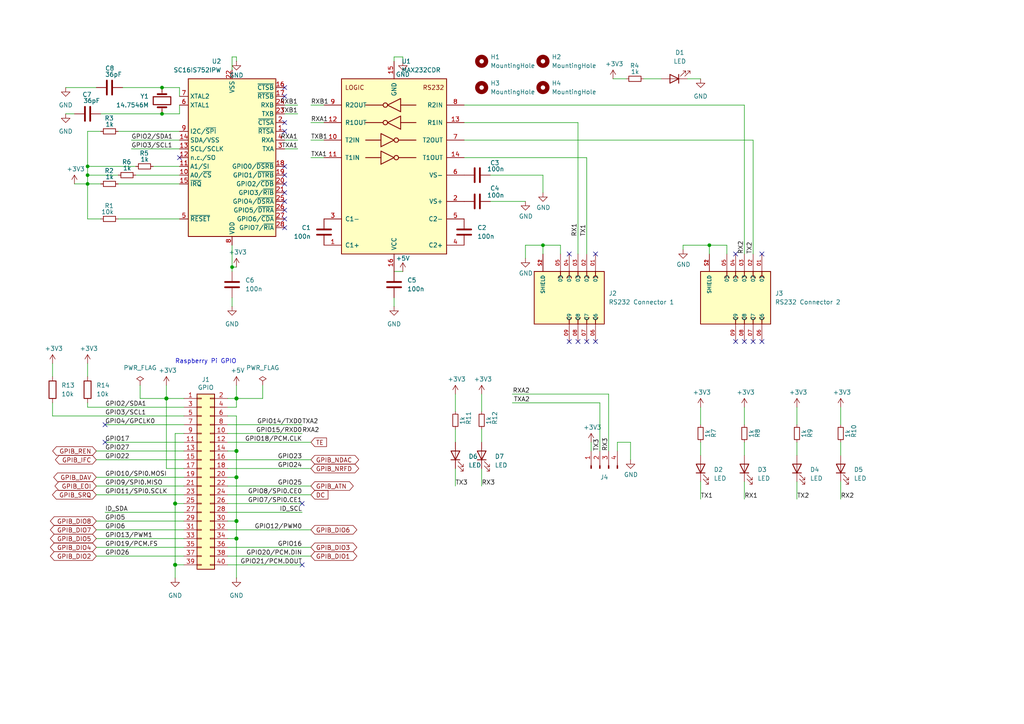
<source format=kicad_sch>
(kicad_sch (version 20250114) (generator "eeschema") (generator_version "9.0")
  (paper "A4")
  (title_block (title "Alex Harris Senior Capstone") (date "2025-04-02") (rev "4") (company "University of Utah"))
  (lib_symbols
    (symbol "+5V_1" (power) (pin_names (offset 0))
      (property "Value" "+5V" (at 0 3.556 0))
      (symbol "+5V_1_1_1"
        (pin power_in line (at 0 0 90) (length 0) (hide yes) (name "+5V") (number "1"))
      )
    )
    (symbol "Connector:Conn_01x04_Pin" (pin_names (offset 1.016) (hide yes))
      (property "Reference" "J" (at 0 5.08 0))
      (property "Value" "Conn_01x04_Pin" (at 0 -7.62 0))
      (symbol "Conn_01x04_Pin_1_1"
        (pin passive line (at 5.08 2.54 180) (length 3.81) (name "Pin_1") (number "1"))
        (pin passive line (at 5.08 0 180) (length 3.81) (name "Pin_2") (number "2"))
        (pin passive line (at 5.08 -2.54 180) (length 3.81) (name "Pin_3") (number "3"))
        (pin passive line (at 5.08 -5.08 180) (length 3.81) (name "Pin_4") (number "4"))
      )
    )
    (symbol "Connector_Generic:Conn_02x20_Odd_Even" (pin_names (offset 1.016) (hide yes))
      (property "Reference" "J" (at 1.27 25.4 0))
      (property "Value" "Conn_02x20_Odd_Even" (at 1.27 -27.94 0))
      (symbol "Conn_02x20_Odd_Even_1_1"
        (pin passive line (at -5.08 22.86 0) (length 3.81) (name "Pin_1") (number "1"))
        (pin passive line (at -5.08 20.32 0) (length 3.81) (name "Pin_3") (number "3"))
        (pin passive line (at -5.08 17.78 0) (length 3.81) (name "Pin_5") (number "5"))
        (pin passive line (at -5.08 15.24 0) (length 3.81) (name "Pin_7") (number "7"))
        (pin passive line (at -5.08 12.7 0) (length 3.81) (name "Pin_9") (number "9"))
        (pin passive line (at -5.08 10.16 0) (length 3.81) (name "Pin_11") (number "11"))
        (pin passive line (at -5.08 7.62 0) (length 3.81) (name "Pin_13") (number "13"))
        (pin passive line (at -5.08 5.08 0) (length 3.81) (name "Pin_15") (number "15"))
        (pin passive line (at -5.08 2.54 0) (length 3.81) (name "Pin_17") (number "17"))
        (pin passive line (at -5.08 0 0) (length 3.81) (name "Pin_19") (number "19"))
        (pin passive line (at -5.08 -2.54 0) (length 3.81) (name "Pin_21") (number "21"))
        (pin passive line (at -5.08 -5.08 0) (length 3.81) (name "Pin_23") (number "23"))
        (pin passive line (at -5.08 -7.62 0) (length 3.81) (name "Pin_25") (number "25"))
        (pin passive line (at -5.08 -10.16 0) (length 3.81) (name "Pin_27") (number "27"))
        (pin passive line (at -5.08 -12.7 0) (length 3.81) (name "Pin_29") (number "29"))
        (pin passive line (at -5.08 -15.24 0) (length 3.81) (name "Pin_31") (number "31"))
        (pin passive line (at -5.08 -17.78 0) (length 3.81) (name "Pin_33") (number "33"))
        (pin passive line (at -5.08 -20.32 0) (length 3.81) (name "Pin_35") (number "35"))
        (pin passive line (at -5.08 -22.86 0) (length 3.81) (name "Pin_37") (number "37"))
        (pin passive line (at -5.08 -25.4 0) (length 3.81) (name "Pin_39") (number "39"))
        (pin passive line (at 7.62 22.86 180) (length 3.81) (name "Pin_2") (number "2"))
        (pin passive line (at 7.62 20.32 180) (length 3.81) (name "Pin_4") (number "4"))
        (pin passive line (at 7.62 17.78 180) (length 3.81) (name "Pin_6") (number "6"))
        (pin passive line (at 7.62 15.24 180) (length 3.81) (name "Pin_8") (number "8"))
        (pin passive line (at 7.62 12.7 180) (length 3.81) (name "Pin_10") (number "10"))
        (pin passive line (at 7.62 10.16 180) (length 3.81) (name "Pin_12") (number "12"))
        (pin passive line (at 7.62 7.62 180) (length 3.81) (name "Pin_14") (number "14"))
        (pin passive line (at 7.62 5.08 180) (length 3.81) (name "Pin_16") (number "16"))
        (pin passive line (at 7.62 2.54 180) (length 3.81) (name "Pin_18") (number "18"))
        (pin passive line (at 7.62 0 180) (length 3.81) (name "Pin_20") (number "20"))
        (pin passive line (at 7.62 -2.54 180) (length 3.81) (name "Pin_22") (number "22"))
        (pin passive line (at 7.62 -5.08 180) (length 3.81) (name "Pin_24") (number "24"))
        (pin passive line (at 7.62 -7.62 180) (length 3.81) (name "Pin_26") (number "26"))
        (pin passive line (at 7.62 -10.16 180) (length 3.81) (name "Pin_28") (number "28"))
        (pin passive line (at 7.62 -12.7 180) (length 3.81) (name "Pin_30") (number "30"))
        (pin passive line (at 7.62 -15.24 180) (length 3.81) (name "Pin_32") (number "32"))
        (pin passive line (at 7.62 -17.78 180) (length 3.81) (name "Pin_34") (number "34"))
        (pin passive line (at 7.62 -20.32 180) (length 3.81) (name "Pin_36") (number "36"))
        (pin passive line (at 7.62 -22.86 180) (length 3.81) (name "Pin_38") (number "38"))
        (pin passive line (at 7.62 -25.4 180) (length 3.81) (name "Pin_40") (number "40"))
      )
    )
    (symbol "Device:C" (pin_numbers (hide yes)) (pin_names (offset 0.254))
      (property "Reference" "C" (at 0.635 2.54 0))
      (property "Value" "C" (at 0.635 -2.54 0))
      (symbol "C_1_1"
        (pin passive line (at 0 3.81 270) (length 2.794) (name "~") (number "1"))
        (pin passive line (at 0 -3.81 90) (length 2.794) (name "~") (number "2"))
      )
    )
    (symbol "Device:Crystal" (pin_numbers (hide yes)) (pin_names (offset 1.016) (hide yes))
      (property "Reference" "Y" (at 0 3.81 0))
      (property "Value" "Crystal" (at 0 -3.81 0))
      (symbol "Crystal_1_1"
        (pin passive line (at -3.81 0 0) (length 1.27) (name "1") (number "1"))
        (pin passive line (at 3.81 0 180) (length 1.27) (name "2") (number "2"))
      )
    )
    (symbol "Device:LED" (pin_numbers (hide yes)) (pin_names (offset 1.016) (hide yes))
      (property "Reference" "D" (at 0 2.54 0))
      (property "Value" "LED" (at 0 -2.54 0))
      (symbol "LED_1_1"
        (pin passive line (at -3.81 0 0) (length 2.54) (name "K") (number "1"))
        (pin passive line (at 3.81 0 180) (length 2.54) (name "A") (number "2"))
      )
    )
    (symbol "Device:R" (pin_numbers (hide yes)) (pin_names (offset 0))
      (property "Reference" "R" (at 2.032 0 90))
      (property "Value" "R" (at 0 0 90))
      (symbol "R_1_1"
        (pin passive line (at 0 3.81 270) (length 1.27) (name "~") (number "1"))
        (pin passive line (at 0 -3.81 90) (length 1.27) (name "~") (number "2"))
      )
    )
    (symbol "Device:R_Small" (pin_numbers (hide yes)) (pin_names (offset 0.254) (hide yes))
      (property "Reference" "R" (at 0.762 0.508 0))
      (property "Value" "R_Small" (at 0.762 -1.016 0))
      (symbol "R_Small_1_1"
        (pin passive line (at 0 2.54 270) (length 0.762) (name "~") (number "1"))
        (pin passive line (at 0 -2.54 90) (length 0.762) (name "~") (number "2"))
      )
    )
    (symbol "GND_1" (power) (pin_numbers (hide yes)) (pin_names (offset 0) (hide yes))
      (property "Value" "GND" (at 0 -3.81 0))
      (symbol "GND_1_1_1"
        (pin power_in line (at 0 0 270) (length 0) (name "~") (number "1"))
      )
    )
    (symbol "Interface_UART:MAX232" (pin_names (offset 1.016))
      (property "Reference" "U" (at -2.54 28.575 0))
      (property "Value" "MAX232" (at -2.54 26.67 0))
      (symbol "MAX232_0_0"
        (text "LOGIC" (at -11.43 -22.86 0) (effects (font (size 1.27 1.27))))
        (text "RS232" (at 11.43 -22.86 0) (effects (font (size 1.27 1.27))))
      )
      (symbol "MAX232_1_1"
        (pin passive line (at -20.32 22.86 0) (length 5.08) (name "C1+") (number "1"))
        (pin passive line (at -20.32 15.24 0) (length 5.08) (name "C1-") (number "3"))
        (pin input line (at -20.32 -2.54 0) (length 5.08) (name "T1IN") (number "11"))
        (pin input line (at -20.32 -7.62 0) (length 5.08) (name "T2IN") (number "10"))
        (pin output line (at -20.32 -12.7 0) (length 5.08) (name "R1OUT") (number "12"))
        (pin output line (at -20.32 -17.78 0) (length 5.08) (name "R2OUT") (number "9"))
        (pin power_in line (at 0 30.48 270) (length 5.08) (name "VCC") (number "16"))
        (pin power_in line (at 0 -30.48 90) (length 5.08) (name "GND") (number "15"))
        (pin passive line (at 20.32 22.86 180) (length 5.08) (name "C2+") (number "4"))
        (pin passive line (at 20.32 15.24 180) (length 5.08) (name "C2-") (number "5"))
        (pin power_out line (at 20.32 10.16 180) (length 5.08) (name "VS+") (number "2"))
        (pin power_out line (at 20.32 2.54 180) (length 5.08) (name "VS-") (number "6"))
        (pin output line (at 20.32 -2.54 180) (length 5.08) (name "T1OUT") (number "14"))
        (pin output line (at 20.32 -7.62 180) (length 5.08) (name "T2OUT") (number "7"))
        (pin input line (at 20.32 -12.7 180) (length 5.08) (name "R1IN") (number "13"))
        (pin input line (at 20.32 -17.78 180) (length 5.08) (name "R2IN") (number "8"))
      )
    )
    (symbol "Interface_UART:SC16IS752IPW"
      (property "Reference" "U" (at -11.43 24.13 0))
      (property "Value" "SC16IS752IPW" (at 7.62 24.13 0))
      (symbol "SC16IS752IPW_1_1"
        (pin input line (at -15.24 17.78 0) (length 2.54) (name "~{RESET}") (number "5"))
        (pin open_collector line (at -15.24 7.62 0) (length 2.54) (name "~{IRQ}") (number "15"))
        (pin input line (at -15.24 5.08 0) (length 2.54) (name "A0/~{CS}") (number "10"))
        (pin input line (at -15.24 2.54 0) (length 2.54) (name "A1/SI") (number "11"))
        (pin output line (at -15.24 0 0) (length 2.54) (name "n.c./SO") (number "12"))
        (pin input line (at -15.24 -2.54 0) (length 2.54) (name "SCL/SCLK") (number "13"))
        (pin bidirectional line (at -15.24 -5.08 0) (length 2.54) (name "SDA/VSS") (number "14"))
        (pin input line (at -15.24 -7.62 0) (length 2.54) (name "I2C/~{SPI}") (number "9"))
        (pin input line (at -15.24 -15.24 0) (length 2.54) (name "XTAL1") (number "6"))
        (pin output line (at -15.24 -17.78 0) (length 2.54) (name "XTAL2") (number "7"))
        (pin power_in line (at 0 25.4 270) (length 2.54) (name "VDD") (number "8"))
        (pin power_in line (at 0 -25.4 90) (length 2.54) (name "VSS") (number "22"))
        (pin bidirectional line (at 15.24 20.32 180) (length 2.54) (name "GPIO7/~{RIA}") (number "28"))
        (pin bidirectional line (at 15.24 17.78 180) (length 2.54) (name "GPIO6/~{CDA}") (number "27"))
        (pin bidirectional line (at 15.24 15.24 180) (length 2.54) (name "GPIO5/~{DTRA}") (number "26"))
        (pin bidirectional line (at 15.24 12.7 180) (length 2.54) (name "GPIO4/~{DSRA}") (number "25"))
        (pin bidirectional line (at 15.24 10.16 180) (length 2.54) (name "GPIO3/~{RIB}") (number "21"))
        (pin bidirectional line (at 15.24 7.62 180) (length 2.54) (name "GPIO2/~{CDB}") (number "20"))
        (pin bidirectional line (at 15.24 5.08 180) (length 2.54) (name "GPIO1/~{DTRB}") (number "19"))
        (pin bidirectional line (at 15.24 2.54 180) (length 2.54) (name "GPIO0/~{DSRB}") (number "18"))
        (pin output line (at 15.24 -2.54 180) (length 2.54) (name "TXA") (number "3"))
        (pin input line (at 15.24 -5.08 180) (length 2.54) (name "RXA") (number "4"))
        (pin output line (at 15.24 -7.62 180) (length 2.54) (name "~{RTSA}") (number "1"))
        (pin input line (at 15.24 -10.16 180) (length 2.54) (name "~{CTSA}") (number "2"))
        (pin output line (at 15.24 -12.7 180) (length 2.54) (name "TXB") (number "23"))
        (pin input line (at 15.24 -15.24 180) (length 2.54) (name "RXB") (number "24"))
        (pin output line (at 15.24 -17.78 180) (length 2.54) (name "~{RTSB}") (number "17"))
        (pin input line (at 15.24 -20.32 180) (length 2.54) (name "~{CTSB}") (number "16"))
      )
    )
    (symbol "L77SDE09SA4CH3FC309:L77SDE09SA4CH3FC309" (pin_names (offset 1.016))
      (property "Reference" "J" (at -7.62 11.43 0))
      (property "Value" "L77SDE09SA4CH3FC309" (at -7.62 -12.7 0))
      (symbol "L77SDE09SA4CH3FC309_0_0"
        (pin passive line (at -12.7 7.62 0) (length 5.08) (name "01") (number "01"))
        (pin passive line (at -12.7 5.08 0) (length 5.08) (name "02") (number "02"))
        (pin passive line (at -12.7 2.54 0) (length 5.08) (name "03") (number "03"))
        (pin passive line (at -12.7 0 0) (length 5.08) (name "04") (number "04"))
        (pin passive line (at -12.7 -2.54 0) (length 5.08) (name "05") (number "05"))
        (pin passive line (at -12.7 -7.62 0) (length 5.08) (name "SHIELD") (number "S1"))
        (pin passive line (at -12.7 -7.62 0) (length 5.08) (name "SHIELD") (number "S2"))
        (pin passive line (at 12.7 7.62 180) (length 5.08) (name "06") (number "06"))
        (pin passive line (at 12.7 5.08 180) (length 5.08) (name "07") (number "07"))
        (pin passive line (at 12.7 2.54 180) (length 5.08) (name "08") (number "08"))
        (pin passive line (at 12.7 0 180) (length 5.08) (name "09") (number "09"))
      )
    )
    (symbol "Mechanical:MountingHole" (pin_names (offset 1.016)) (exclude_from_sim yes) (in_bom no)
      (property "Reference" "H" (at 0 5.08 0))
      (property "Value" "MountingHole" (at 0 3.175 0))
    )
    (symbol "power:+3.3V" (power) (pin_names (offset 0))
      (property "Value" "+3.3V" (at 0 3.556 0))
      (symbol "+3.3V_1_1"
        (pin power_in line (at 0 0 90) (length 0) (hide yes) (name "+3V3") (number "1"))
      )
    )
    (symbol "power:+5V" (power) (pin_numbers (hide yes)) (pin_names (offset 0) (hide yes))
      (property "Value" "+5V" (at 0 3.556 0))
      (symbol "+5V_1_1"
        (pin power_in line (at 0 0 90) (length 0) (name "~") (number "1"))
      )
    )
    (symbol "power:GND" (power) (pin_names (offset 0))
      (property "Value" "GND" (at 0 -3.81 0))
      (symbol "GND_1_1"
        (pin power_in line (at 0 0 270) (length 0) (hide yes) (name "GND") (number "1"))
      )
    )
    (symbol "power:PWR_FLAG" (power) (pin_numbers (hide yes)) (pin_names (offset 0) (hide yes))
      (property "Value" "PWR_FLAG" (at 0 3.81 0))
      (symbol "PWR_FLAG_0_0"
        (pin power_out line (at 0 0 90) (length 0) (name "~") (number "1"))
      )
    )
  )
  (text "Raspberry Pi GPIO\n" (at 59.69 104.902 0) (effects (font (size 1.27 1.27))))
  (junction (at 205.74 71.12))
  (junction (at 25.4 50.8))
  (junction (at 68.58 115.57) (diameter 1.016))
  (junction (at 68.58 130.81) (diameter 1.016))
  (junction (at 25.4 53.34))
  (junction (at 50.8 163.83) (diameter 1.016))
  (junction (at 67.31 77.47))
  (junction (at 50.8 146.05) (diameter 1.016))
  (junction (at 68.58 156.21) (diameter 1.016))
  (junction (at 46.99 25.4))
  (junction (at 68.58 151.13) (diameter 1.016))
  (junction (at 68.58 138.43) (diameter 1.016))
  (junction (at 25.4 48.26))
  (junction (at 46.99 33.02))
  (junction (at 48.26 115.57) (diameter 1.016))
  (junction (at 157.48 71.12))
  (no_connect (at 220.98 99.06))
  (no_connect (at 82.55 48.26))
  (no_connect (at 52.07 45.72))
  (no_connect (at 87.63 163.83))
  (no_connect (at 82.55 27.94))
  (no_connect (at 215.9 99.06))
  (no_connect (at 82.55 38.1))
  (no_connect (at 165.1 73.66))
  (no_connect (at 213.36 99.06))
  (no_connect (at 82.55 25.4))
  (no_connect (at 82.55 66.04))
  (no_connect (at 170.18 99.06))
  (no_connect (at 30.48 123.19))
  (no_connect (at 82.55 60.96))
  (no_connect (at 30.48 128.27))
  (no_connect (at 82.55 50.8))
  (no_connect (at 213.36 73.66))
  (no_connect (at 82.55 55.88))
  (no_connect (at 82.55 63.5))
  (no_connect (at 218.44 99.06))
  (no_connect (at 82.55 35.56))
  (no_connect (at 165.1 99.06))
  (no_connect (at 220.98 73.66))
  (no_connect (at 172.72 73.66))
  (no_connect (at 167.64 99.06))
  (no_connect (at 87.63 146.05))
  (no_connect (at 172.72 99.06))
  (no_connect (at 82.55 58.42))
  (no_connect (at 82.55 53.34))
  (wire (pts (xy 50.8 146.05) (xy 50.8 163.83)))
  (wire (pts (xy 66.04 146.05) (xy 87.63 146.05)))
  (wire (pts (xy 203.2 139.7) (xy 203.2 144.78)))
  (wire (pts (xy 25.4 63.5) (xy 29.21 63.5)))
  (wire (pts (xy 53.34 128.27) (xy 30.48 128.27)))
  (wire (pts (xy 27.94 140.97) (xy 53.34 140.97)))
  (wire (pts (xy 68.58 120.65) (xy 68.58 130.81)))
  (wire (pts (xy 68.58 138.43) (xy 66.04 138.43)))
  (wire (pts (xy 179.07 128.27) (xy 179.07 130.81)))
  (wire (pts (xy 134.62 35.56) (xy 167.64 35.56)))
  (wire (pts (xy 114.3 17.78) (xy 114.3 16.51)))
  (wire (pts (xy 68.58 151.13) (xy 68.58 156.21)))
  (wire (pts (xy 171.45 128.27) (xy 171.45 130.81)))
  (wire (pts (xy 205.74 71.12) (xy 210.82 71.12)))
  (wire (pts (xy 15.24 116.84) (xy 15.24 120.65)))
  (wire (pts (xy 82.55 33.02) (xy 86.36 33.02)))
  (wire (pts (xy 25.4 53.34) (xy 25.4 50.8)))
  (wire (pts (xy 215.9 139.7) (xy 215.9 144.78)))
  (wire (pts (xy 68.58 138.43) (xy 68.58 151.13)))
  (wire (pts (xy 66.04 123.19) (xy 87.63 123.19)))
  (wire (pts (xy 67.31 20.32) (xy 67.31 16.51)))
  (wire (pts (xy 179.07 128.27) (xy 182.88 128.27)))
  (wire (pts (xy 50.8 125.73) (xy 50.8 146.05)))
  (wire (pts (xy 243.84 118.11) (xy 243.84 123.19)))
  (wire (pts (xy 114.3 78.74) (xy 116.84 78.74)))
  (wire (pts (xy 132.08 124.46) (xy 132.08 128.27)))
  (wire (pts (xy 38.1 40.64) (xy 52.07 40.64)))
  (wire (pts (xy 198.12 71.12) (xy 205.74 71.12)))
  (wire (pts (xy 50.8 125.73) (xy 53.34 125.73)))
  (wire (pts (xy 66.04 143.51) (xy 90.17 143.51)))
  (wire (pts (xy 27.94 133.35) (xy 53.34 133.35)))
  (wire (pts (xy 25.4 48.26) (xy 25.4 38.1)))
  (wire (pts (xy 53.34 148.59) (xy 30.48 148.59)))
  (wire (pts (xy 205.74 71.12) (xy 205.74 73.66)))
  (wire (pts (xy 198.12 71.12) (xy 198.12 72.39)))
  (wire (pts (xy 139.7 135.89) (xy 139.7 140.97)))
  (wire (pts (xy 27.94 153.67) (xy 53.34 153.67)))
  (wire (pts (xy 215.9 118.11) (xy 215.9 123.19)))
  (wire (pts (xy 90.17 35.56) (xy 93.98 35.56)))
  (wire (pts (xy 50.8 146.05) (xy 53.34 146.05)))
  (wire (pts (xy 199.39 22.86) (xy 203.2 22.86)))
  (wire (pts (xy 44.45 48.26) (xy 52.07 48.26)))
  (wire (pts (xy 90.17 30.48) (xy 93.98 30.48)))
  (wire (pts (xy 66.04 133.35) (xy 90.17 133.35)))
  (wire (pts (xy 25.4 118.11) (xy 53.34 118.11)))
  (wire (pts (xy 35.56 25.4) (xy 46.99 25.4)))
  (wire (pts (xy 34.29 38.1) (xy 52.07 38.1)))
  (wire (pts (xy 46.99 33.02) (xy 52.07 33.02)))
  (wire (pts (xy 157.48 71.12) (xy 157.48 73.66)))
  (wire (pts (xy 67.31 16.51) (xy 68.58 16.51)))
  (wire (pts (xy 167.64 35.56) (xy 167.64 73.66)))
  (wire (pts (xy 66.04 163.83) (xy 87.63 163.83)))
  (wire (pts (xy 50.8 163.83) (xy 50.8 167.64)))
  (wire (pts (xy 48.26 111.76) (xy 48.26 115.57)))
  (wire (pts (xy 114.3 16.51) (xy 116.84 16.51)))
  (wire (pts (xy 25.4 50.8) (xy 34.29 50.8)))
  (wire (pts (xy 90.17 45.72) (xy 93.98 45.72)))
  (wire (pts (xy 231.14 139.7) (xy 231.14 144.78)))
  (wire (pts (xy 68.58 156.21) (xy 66.04 156.21)))
  (wire (pts (xy 68.58 115.57) (xy 76.2 115.57)))
  (wire (pts (xy 134.62 30.48) (xy 215.9 30.48)))
  (wire (pts (xy 27.94 161.29) (xy 53.34 161.29)))
  (wire (pts (xy 173.99 116.84) (xy 173.99 130.81)))
  (wire (pts (xy 148.59 116.84) (xy 173.99 116.84)))
  (wire (pts (xy 148.59 114.3) (xy 176.53 114.3)))
  (wire (pts (xy 215.9 128.27) (xy 215.9 132.08)))
  (wire (pts (xy 40.64 111.76) (xy 40.64 115.57)))
  (wire (pts (xy 170.18 45.72) (xy 170.18 73.66)))
  (wire (pts (xy 48.26 135.89) (xy 53.34 135.89)))
  (wire (pts (xy 76.2 115.57) (xy 76.2 111.76)))
  (wire (pts (xy 25.4 63.5) (xy 25.4 53.34)))
  (wire (pts (xy 176.53 114.3) (xy 176.53 130.81)))
  (wire (pts (xy 231.14 118.11) (xy 231.14 123.19)))
  (wire (pts (xy 82.55 43.18) (xy 86.36 43.18)))
  (wire (pts (xy 25.4 53.34) (xy 29.21 53.34)))
  (wire (pts (xy 67.31 78.74) (xy 67.31 77.47)))
  (wire (pts (xy 139.7 124.46) (xy 139.7 128.27)))
  (wire (pts (xy 68.58 115.57) (xy 68.58 118.11)))
  (wire (pts (xy 68.58 130.81) (xy 68.58 138.43)))
  (wire (pts (xy 66.04 128.27) (xy 90.17 128.27)))
  (wire (pts (xy 68.58 130.81) (xy 66.04 130.81)))
  (wire (pts (xy 29.21 33.02) (xy 46.99 33.02)))
  (wire (pts (xy 134.62 45.72) (xy 170.18 45.72)))
  (wire (pts (xy 68.58 111.76) (xy 68.58 115.57)))
  (wire (pts (xy 157.48 50.8) (xy 142.24 50.8)))
  (wire (pts (xy 19.05 33.02) (xy 21.59 33.02)))
  (wire (pts (xy 114.3 86.36) (xy 114.3 88.9)))
  (wire (pts (xy 30.48 123.19) (xy 53.34 123.19)))
  (wire (pts (xy 186.69 22.86) (xy 191.77 22.86)))
  (wire (pts (xy 68.58 115.57) (xy 66.04 115.57)))
  (wire (pts (xy 48.26 115.57) (xy 48.26 135.89)))
  (wire (pts (xy 25.4 105.41) (xy 25.4 109.22)))
  (wire (pts (xy 66.04 135.89) (xy 90.17 135.89)))
  (wire (pts (xy 66.04 125.73) (xy 87.63 125.73)))
  (wire (pts (xy 139.7 114.3) (xy 139.7 119.38)))
  (wire (pts (xy 40.64 115.57) (xy 48.26 115.57)))
  (wire (pts (xy 218.44 40.64) (xy 218.44 73.66)))
  (wire (pts (xy 231.14 128.27) (xy 231.14 132.08)))
  (wire (pts (xy 243.84 128.27) (xy 243.84 132.08)))
  (wire (pts (xy 27.94 151.13) (xy 53.34 151.13)))
  (wire (pts (xy 152.4 71.12) (xy 157.48 71.12)))
  (wire (pts (xy 25.4 50.8) (xy 25.4 48.26)))
  (wire (pts (xy 215.9 30.48) (xy 215.9 73.66)))
  (wire (pts (xy 162.56 71.12) (xy 162.56 73.66)))
  (wire (pts (xy 177.8 22.86) (xy 181.61 22.86)))
  (wire (pts (xy 25.4 38.1) (xy 29.21 38.1)))
  (wire (pts (xy 27.94 130.81) (xy 53.34 130.81)))
  (wire (pts (xy 15.24 120.65) (xy 53.34 120.65)))
  (wire (pts (xy 34.29 53.34) (xy 52.07 53.34)))
  (wire (pts (xy 68.58 118.11) (xy 66.04 118.11)))
  (wire (pts (xy 116.84 16.51) (xy 116.84 17.78)))
  (wire (pts (xy 25.4 116.84) (xy 25.4 118.11)))
  (wire (pts (xy 39.37 50.8) (xy 52.07 50.8)))
  (wire (pts (xy 66.04 158.75) (xy 90.17 158.75)))
  (wire (pts (xy 66.04 153.67) (xy 90.17 153.67)))
  (wire (pts (xy 50.8 163.83) (xy 53.34 163.83)))
  (wire (pts (xy 27.94 138.43) (xy 53.34 138.43)))
  (wire (pts (xy 66.04 161.29) (xy 90.17 161.29)))
  (wire (pts (xy 210.82 71.12) (xy 210.82 73.66)))
  (wire (pts (xy 68.58 120.65) (xy 66.04 120.65)))
  (wire (pts (xy 15.24 105.41) (xy 15.24 109.22)))
  (wire (pts (xy 68.58 77.47) (xy 67.31 77.47)))
  (wire (pts (xy 25.4 48.26) (xy 39.37 48.26)))
  (wire (pts (xy 19.05 25.4) (xy 27.94 25.4)))
  (wire (pts (xy 34.29 63.5) (xy 52.07 63.5)))
  (wire (pts (xy 90.17 40.64) (xy 93.98 40.64)))
  (wire (pts (xy 142.24 58.42) (xy 152.4 58.42)))
  (wire (pts (xy 182.88 128.27) (xy 182.88 133.35)))
  (wire (pts (xy 157.48 55.88) (xy 157.48 50.8)))
  (wire (pts (xy 27.94 156.21) (xy 53.34 156.21)))
  (wire (pts (xy 67.31 86.36) (xy 67.31 88.9)))
  (wire (pts (xy 157.48 71.12) (xy 162.56 71.12)))
  (wire (pts (xy 38.1 43.18) (xy 52.07 43.18)))
  (wire (pts (xy 134.62 40.64) (xy 218.44 40.64)))
  (wire (pts (xy 27.94 158.75) (xy 53.34 158.75)))
  (wire (pts (xy 203.2 118.11) (xy 203.2 123.19)))
  (wire (pts (xy 68.58 156.21) (xy 68.58 167.64)))
  (wire (pts (xy 66.04 140.97) (xy 90.17 140.97)))
  (wire (pts (xy 52.07 25.4) (xy 52.07 27.94)))
  (wire (pts (xy 27.94 143.51) (xy 53.34 143.51)))
  (wire (pts (xy 82.55 40.64) (xy 86.36 40.64)))
  (wire (pts (xy 132.08 135.89) (xy 132.08 140.97)))
  (wire (pts (xy 67.31 71.12) (xy 67.31 77.47)))
  (wire (pts (xy 68.58 151.13) (xy 66.04 151.13)))
  (wire (pts (xy 203.2 128.27) (xy 203.2 132.08)))
  (wire (pts (xy 152.4 71.12) (xy 152.4 74.93)))
  (wire (pts (xy 48.26 115.57) (xy 53.34 115.57)))
  (wire (pts (xy 82.55 30.48) (xy 86.36 30.48)))
  (wire (pts (xy 68.58 16.51) (xy 68.58 17.78)))
  (wire (pts (xy 132.08 114.3) (xy 132.08 119.38)))
  (wire (pts (xy 21.59 53.34) (xy 25.4 53.34)))
  (wire (pts (xy 52.07 33.02) (xy 52.07 30.48)))
  (wire (pts (xy 66.04 148.59) (xy 87.63 148.59)))
  (wire (pts (xy 46.99 25.4) (xy 52.07 25.4)))
  (wire (pts (xy 243.84 139.7) (xy 243.84 144.78)))
  (label "ID_SDA" (at 30.48 148.59 0))
  (label "GPIO2{slash}SDA1" (at 38.1 40.64 0))
  (label "GPIO6" (at 30.48 153.67 0))
  (label "TXB1" (at 90.17 40.64 0))
  (label "RXA2" (at 87.63 125.73 0))
  (label "TX3" (at 173.99 130.81 90))
  (label "TX2" (at 231.14 144.78 0))
  (label "TXA2" (at 87.63 123.19 0))
  (label "ID_SCL" (at 87.63 148.59 180))
  (label "GPIO5" (at 30.48 151.13 0))
  (label "GPIO3{slash}SCL1" (at 38.1 43.18 0))
  (label "GPIO21{slash}PCM.DOUT" (at 87.63 163.83 180))
  (label "GPIO19{slash}PCM.FS" (at 30.48 158.75 0))
  (label "GPIO10{slash}SPI0.MOSI" (at 30.48 138.43 0))
  (label "GPIO9{slash}SPI0.MISO" (at 30.48 140.97 0))
  (label "GPIO23" (at 87.63 133.35 180))
  (label "RXA1" (at 86.36 40.64 180))
  (label "TX1" (at 203.2 144.78 0))
  (label "GPIO4{slash}GPCLK0" (at 30.48 123.19 0))
  (label "GPIO27" (at 30.48 130.81 0))
  (label "GPIO26" (at 30.48 161.29 0))
  (label "TXA1" (at 86.36 43.18 180))
  (label "GPIO14{slash}TXD0" (at 87.63 123.19 180))
  (label "GPIO8{slash}SPI0.CE0" (at 87.63 143.51 180))
  (label "GPIO15{slash}RXD0" (at 87.63 125.73 180))
  (label "RX2" (at 215.9 73.66 90))
  (label "GPIO16" (at 87.63 158.75 180))
  (label "RXA2" (at 153.67 114.3 180))
  (label "RXA1" (at 90.17 35.56 0))
  (label "GPIO22" (at 30.48 133.35 0))
  (label "RX2" (at 243.84 144.78 0))
  (label "GPIO2{slash}SDA1" (at 30.48 118.11 0))
  (label "GPIO17" (at 30.48 128.27 0))
  (label "TXB1" (at 86.36 33.02 180))
  (label "GPIO25" (at 87.63 140.97 180))
  (label "RXB1" (at 90.17 30.48 0))
  (label "GPIO3{slash}SCL1" (at 30.48 120.65 0))
  (label "GPIO18{slash}PCM.CLK" (at 87.63 128.27 180))
  (label "GPIO12{slash}PWM0" (at 87.63 153.67 180))
  (label "RX3" (at 176.53 130.81 90))
  (label "GPIO13{slash}PWM1" (at 30.48 156.21 0))
  (label "GPIO20{slash}PCM.DIN" (at 87.63 161.29 180))
  (label "GPIO24" (at 87.63 135.89 180))
  (label "TX2" (at 218.44 73.66 90))
  (label "GPIO7{slash}SPI0.CE1" (at 87.63 146.05 180))
  (label "RX3" (at 139.7 140.97 0))
  (label "RX1" (at 167.64 68.58 90))
  (label "RX1" (at 215.9 144.78 0))
  (label "RXB1" (at 86.36 30.48 180))
  (label "TXA1" (at 90.17 45.72 0))
  (label "TX3" (at 132.08 140.97 0))
  (label "TXA2" (at 153.67 116.84 180))
  (label "GPIO11{slash}SPI0.SCLK" (at 30.48 143.51 0))
  (label "TX1" (at 170.18 68.58 90))
  (global_label "GPIB_DIO2" (shape bidirectional) (at 27.94 161.29 180) (property "Intersheetrefs" "${INTERSHEET_REFS}" (effects (hide yes))))
  (global_label "TE" (shape input) (at 90.17 128.27 0) (property "Intersheetrefs" "${INTERSHEET_REFS}" (effects (hide yes))))
  (global_label "GPIB_SRQ" (shape bidirectional) (at 27.94 143.51 180) (property "Intersheetrefs" "${INTERSHEET_REFS}" (effects (hide yes))))
  (global_label "GPIB_EOI" (shape bidirectional) (at 27.94 140.97 180) (property "Intersheetrefs" "${INTERSHEET_REFS}" (effects (hide yes))))
  (global_label "GPIB_NRFD" (shape bidirectional) (at 90.17 135.89 0) (property "Intersheetrefs" "${INTERSHEET_REFS}" (effects (hide yes))))
  (global_label "GPIB_DIO1" (shape bidirectional) (at 90.17 161.29 0) (property "Intersheetrefs" "${INTERSHEET_REFS}" (effects (hide yes))))
  (global_label "DC" (shape input) (at 90.17 143.51 0) (property "Intersheetrefs" "${INTERSHEET_REFS}" (effects (hide yes))))
  (global_label "GPIB_DIO4" (shape bidirectional) (at 27.94 158.75 180) (property "Intersheetrefs" "${INTERSHEET_REFS}" (effects (hide yes))))
  (global_label "GPIB_DIO8" (shape bidirectional) (at 27.94 151.13 180) (property "Intersheetrefs" "${INTERSHEET_REFS}" (effects (hide yes))))
  (global_label "GPIB_DIO6" (shape bidirectional) (at 90.17 153.67 0) (property "Intersheetrefs" "${INTERSHEET_REFS}" (effects (hide yes))))
  (global_label "GPIB_DIO3" (shape bidirectional) (at 90.17 158.75 0) (property "Intersheetrefs" "${INTERSHEET_REFS}" (effects (hide yes))))
  (global_label "GPIB_DIO5" (shape bidirectional) (at 27.94 156.21 180) (property "Intersheetrefs" "${INTERSHEET_REFS}" (effects (hide yes))))
  (global_label "GPIB_ATN" (shape bidirectional) (at 90.17 140.97 0) (property "Intersheetrefs" "${INTERSHEET_REFS}" (effects (hide yes))))
  (global_label "GPIB_DIO7" (shape bidirectional) (at 27.94 153.67 180) (property "Intersheetrefs" "${INTERSHEET_REFS}" (effects (hide yes))))
  (global_label "GPIB_REN" (shape bidirectional) (at 27.94 130.81 180) (property "Intersheetrefs" "${INTERSHEET_REFS}" (effects (hide yes))))
  (global_label "GPIB_DAV" (shape bidirectional) (at 27.94 138.43 180) (property "Intersheetrefs" "${INTERSHEET_REFS}" (effects (hide yes))))
  (global_label "GPIB_IFC" (shape bidirectional) (at 27.94 133.35 180) (property "Intersheetrefs" "${INTERSHEET_REFS}" (effects (hide yes))))
  (global_label "GPIB_NDAC" (shape bidirectional) (at 90.17 133.35 0) (property "Intersheetrefs" "${INTERSHEET_REFS}" (effects (hide yes))))
  (symbol (lib_name "+5V_1") (lib_id "power:+5V") (at 68.58 111.76 0) (unit 1)
    (property "Reference" "#PWR01" (effects (hide yes)))
    (property "Value" "+5V" (at 68.9483 107.4356 0))
  )
  (symbol (lib_id "power:+3.3V") (at 48.26 111.76 0) (unit 1)
    (property "Reference" "#PWR04" (effects (hide yes)))
    (property "Value" "+3V3" (at 48.6283 107.4356 0))
  )
  (symbol (lib_id "Connector_Generic:Conn_02x20_Odd_Even") (at 58.42 138.43 0) (unit 1)
    (property "Reference" "J1" (at 59.69 110.0898 0))
    (property "Value" "GPIO" (at 59.69 112.395 0))
    (property "Footprint" "Connector_PinSocket_2.54mm:PinSocket_2x20_P2.54mm_Vertical" (effects (hide yes)))
  )
  (symbol (lib_id "power:GND") (at 198.12 72.39 0) (unit 1)
    (property "Reference" "#PWR06" (effects (hide yes)))
    (property "Value" "GND" (at 198.2343 76.7144 0))
  )
  (symbol (lib_id "Device:LED") (at 203.2 135.89 90) (unit 1)
    (property "Reference" "D2" (at 207.01 136.2074 90) (effects (justify right)))
    (property "Value" "LED" (at 207.01 138.7474 90) (effects (justify right)))
    (property "Footprint" "LED_SMD:LED_1206_3216Metric_Pad1.42x1.75mm_HandSolder" (effects (hide yes)))
    (property "Description" "Light emitting diode" (effects (hide yes)))
    (property "Sim.Pins" "1=K 2=A" (effects (hide yes)))
  )
  (symbol (lib_id "Device:C") (at 93.98 67.31 0) (mirror y) (unit 1)
    (property "Reference" "C1" (at 90.17 66.0399 0) (effects (justify left)))
    (property "Value" "100n" (at 90.17 68.5799 0) (effects (justify left)))
    (property "Footprint" "Capacitor_SMD:C_0805_2012Metric" (effects (hide yes)))
    (property "Description" "Unpolarized capacitor" (effects (hide yes)))
  )
  (symbol (lib_id "Device:R_Small") (at 36.83 50.8 90) (unit 1)
    (property "Reference" "R6" (at 38.1 46.99 90) (effects (justify left)))
    (property "Value" "1k" (at 38.1 48.768 90) (effects (justify left)))
    (property "Footprint" "Resistor_SMD:R_0805_2012Metric_Pad1.20x1.40mm_HandSolder" (effects (hide yes)))
  )
  (symbol (lib_id "Device:R_Small") (at 31.75 38.1 90) (unit 1)
    (property "Reference" "R3" (at 33.02 34.29 90) (effects (justify left)))
    (property "Value" "1k" (at 33.02 36.068 90) (effects (justify left)))
    (property "Footprint" "Resistor_SMD:R_0805_2012Metric_Pad1.20x1.40mm_HandSolder" (effects (hide yes)))
  )
  (symbol (lib_id "power:GND") (at 152.4 58.42 0) (unit 1)
    (property "Reference" "#PWR030" (effects (hide yes)))
    (property "Value" "GND" (at 152.5143 62.7444 0))
  )
  (symbol (lib_id "power:+3.3V") (at 21.59 53.34 0) (unit 1)
    (property "Reference" "#PWR012" (effects (hide yes)))
    (property "Value" "+3V3" (at 21.9583 49.0156 0))
  )
  (symbol (lib_id "Device:C") (at 114.3 82.55 0) (unit 1)
    (property "Reference" "C5" (at 118.11 81.2799 0) (effects (justify left)))
    (property "Value" "100n" (at 118.11 83.8199 0) (effects (justify left)))
    (property "Footprint" "Capacitor_SMD:C_0805_2012Metric" (effects (hide yes)))
    (property "Description" "Unpolarized capacitor" (effects (hide yes)))
  )
  (symbol (lib_id "L77SDE09SA4CH3FC309:L77SDE09SA4CH3FC309") (at 213.36 86.36 270) (unit 1)
    (property "Reference" "J3" (at 224.79 85.0899 90) (effects (justify left)))
    (property "Value" "RS232 Connector 2" (at 224.79 87.6299 90) (effects (justify left)))
    (property "Footprint" "L77SDE09SA4CH3FC309:AMPHENOL_L77SDE09SA4CH3FC309" (effects (hide yes)))
    (property "MF" "Amphenol ICC (Commercial Products)" (effects (hide yes)))
    (property "MAXIMUM_PACKAGE_HEIGHT" "12.55mm" (effects (hide yes)))
    (property "Package" "None" (effects (hide yes)))
    (property "Price" "None" (effects (hide yes)))
    (property "Check_prices" "https://www.snapeda.com/parts/L77SDE09SA4CH3FC309/Amphenol/view-part/?ref=eda" (effects (hide yes)))
    (property "STANDARD" "Manufacturer Recommendations" (effects (hide yes)))
    (property "PARTREV" "1" (effects (hide yes)))
    (property "SnapEDA_Link" "https://www.snapeda.com/parts/L77SDE09SA4CH3FC309/Amphenol/view-part/?ref=snap" (effects (hide yes)))
    (property "MP" "L77SDE09SA4CH3FC309" (effects (hide yes)))
    (property "Description_1" "\n                        \n                            Dsub, Stamped Signal 3A, Right Angle PCB Through Hole, FP=8.08mm (0.318in), Row Pitch 2.84mm, 09 Socket, 0.76m (30in) Gold, Bright Tin Shell, M3 Front Screwlock, Ground Tab with Boardlock\n                        \n" (effects (hide yes)))
    (property "Availability" "In Stock" (effects (hide yes)))
    (property "MANUFACTURER" "Amphenol" (effects (hide yes)))
  )
  (symbol (lib_id "power:+3.3V") (at 215.9 118.11 0) (unit 1)
    (property "Reference" "#PWR033" (effects (hide yes)))
    (property "Value" "+3V3" (at 216.2683 113.7856 0))
  )
  (symbol (lib_id "Device:LED") (at 243.84 135.89 90) (unit 1)
    (property "Reference" "D5" (at 247.65 136.2074 90) (effects (justify right)))
    (property "Value" "LED" (at 247.65 138.7474 90) (effects (justify right)))
    (property "Footprint" "LED_SMD:LED_1206_3216Metric_Pad1.42x1.75mm_HandSolder" (effects (hide yes)))
    (property "Description" "Light emitting diode" (effects (hide yes)))
    (property "Sim.Pins" "1=K 2=A" (effects (hide yes)))
  )
  (symbol (lib_id "power:+3.3V") (at 132.08 114.3 0) (unit 1)
    (property "Reference" "#PWR037" (effects (hide yes)))
    (property "Value" "+3V3" (at 132.4483 109.9756 0))
  )
  (symbol (lib_id "Device:C") (at 138.43 50.8 90) (unit 1)
    (property "Reference" "C3" (at 143.51 47.244 90))
    (property "Value" "100n" (at 143.764 49.022 90))
    (property "Footprint" "Capacitor_SMD:C_0805_2012Metric" (effects (hide yes)))
    (property "Description" "Unpolarized capacitor" (effects (hide yes)))
  )
  (symbol (lib_id "power:GND") (at 182.88 133.35 0) (unit 1)
    (property "Reference" "#PWR026" (effects (hide yes)))
    (property "Value" "GND" (at 182.9943 137.6744 0))
  )
  (symbol (lib_id "power:PWR_FLAG") (at 76.2 111.76 0) (unit 1)
    (property "Reference" "#FLG01" (effects (hide yes)))
    (property "Value" "PWR_FLAG" (at 76.2 106.68 0))
    (property "Description" "Special symbol for telling ERC where power comes from" (effects (hide yes)))
  )
  (symbol (lib_id "Device:LED") (at 195.58 22.86 180) (unit 1)
    (property "Reference" "D1" (at 197.1675 15.24 0))
    (property "Value" "LED" (at 197.1675 17.78 0))
    (property "Footprint" "LED_SMD:LED_1206_3216Metric_Pad1.42x1.75mm_HandSolder" (effects (hide yes)))
    (property "Description" "Light emitting diode" (effects (hide yes)))
    (property "Sim.Pins" "1=K 2=A" (effects (hide yes)))
  )
  (symbol (lib_id "Device:C") (at 31.75 25.4 270) (mirror x) (unit 1)
    (property "Reference" "C8" (at 30.48 19.812 90) (effects (justify left)))
    (property "Value" "36pF" (at 30.4801 21.59 90) (effects (justify left)))
    (property "Footprint" "Capacitor_SMD:C_0805_2012Metric_Pad1.18x1.45mm_HandSolder" (effects (hide yes)))
    (property "Description" "Unpolarized capacitor" (effects (hide yes)))
  )
  (symbol (lib_id "power:+3.3V") (at 15.24 105.41 0) (unit 1)
    (property "Reference" "#PWR031" (effects (hide yes)))
    (property "Value" "+3V3" (at 15.6083 101.0856 0))
  )
  (symbol (lib_id "Device:R_Small") (at 132.08 121.92 0) (unit 1)
    (property "Reference" "R11" (at 135.89 123.19 90) (effects (justify left)))
    (property "Value" "1k" (at 134.112 123.19 90) (effects (justify left)))
    (property "Footprint" "Resistor_SMD:R_0805_2012Metric_Pad1.20x1.40mm_HandSolder" (effects (hide yes)))
  )
  (symbol (lib_id "Device:R_Small") (at 41.91 48.26 90) (unit 1)
    (property "Reference" "R5" (at 43.18 44.45 90) (effects (justify left)))
    (property "Value" "1k" (at 43.18 46.228 90) (effects (justify left)))
    (property "Footprint" "Resistor_SMD:R_0805_2012Metric_Pad1.20x1.40mm_HandSolder" (effects (hide yes)))
  )
  (symbol (lib_id "power:+3.3V") (at 203.2 118.11 0) (unit 1)
    (property "Reference" "#PWR032" (effects (hide yes)))
    (property "Value" "+3V3" (at 203.5683 113.7856 0))
  )
  (symbol (lib_id "Device:C") (at 25.4 33.02 270) (mirror x) (unit 1)
    (property "Reference" "C7" (at 23.876 27.432 90) (effects (justify left)))
    (property "Value" "36pF" (at 24.1301 29.21 90) (effects (justify left)))
    (property "Footprint" "Capacitor_SMD:C_0805_2012Metric_Pad1.18x1.45mm_HandSolder" (effects (hide yes)))
    (property "Description" "Unpolarized capacitor" (effects (hide yes)))
  )
  (symbol (lib_name "GND_1") (lib_id "power:GND") (at 50.8 167.64 0) (unit 1)
    (property "Reference" "#PWR02" (effects (hide yes)))
    (property "Value" "GND" (at 50.8 172.72 0))
    (property "Description" "Power symbol creates a global label with name \"GND\" , ground" (effects (hide yes)))
  )
  (symbol (lib_id "Device:Crystal") (at 46.99 29.21 270) (mirror x) (unit 1)
    (property "Reference" "Y1" (at 43.18 27.9399 90) (effects (justify right)))
    (property "Value" "14.7546M" (at 43.18 30.4799 90) (effects (justify right)))
    (property "Footprint" "405C35B14M74560:XTAL_405C35B14M74560" (effects (hide yes)))
    (property "Description" "Two pin crystal" (effects (hide yes)))
  )
  (symbol (lib_id "Device:LED") (at 132.08 132.08 90) (unit 1)
    (property "Reference" "D6" (at 135.89 132.3974 90) (effects (justify right)))
    (property "Value" "LED" (at 135.89 134.9374 90) (effects (justify right)))
    (property "Footprint" "LED_SMD:LED_1206_3216Metric_Pad1.42x1.75mm_HandSolder" (effects (hide yes)))
    (property "Description" "Light emitting diode" (effects (hide yes)))
    (property "Sim.Pins" "1=K 2=A" (effects (hide yes)))
  )
  (symbol (lib_name "GND_1") (lib_id "power:GND") (at 19.05 25.4 0) (unit 1)
    (property "Reference" "#PWR029" (effects (hide yes)))
    (property "Value" "GND" (at 19.05 30.48 0))
    (property "Description" "Power symbol creates a global label with name \"GND\" , ground" (effects (hide yes)))
  )
  (symbol (lib_id "Device:C") (at 67.31 82.55 0) (unit 1)
    (property "Reference" "C6" (at 71.12 81.2799 0) (effects (justify left)))
    (property "Value" "100n" (at 71.12 83.8199 0) (effects (justify left)))
    (property "Footprint" "Capacitor_SMD:C_0805_2012Metric" (effects (hide yes)))
    (property "Description" "Unpolarized capacitor" (effects (hide yes)))
  )
  (symbol (lib_id "Device:LED") (at 215.9 135.89 90) (unit 1)
    (property "Reference" "D3" (at 219.71 136.2074 90) (effects (justify right)))
    (property "Value" "LED" (at 219.71 138.7474 90) (effects (justify right)))
    (property "Footprint" "LED_SMD:LED_1206_3216Metric_Pad1.42x1.75mm_HandSolder" (effects (hide yes)))
    (property "Description" "Light emitting diode" (effects (hide yes)))
    (property "Sim.Pins" "1=K 2=A" (effects (hide yes)))
  )
  (symbol (lib_id "Mechanical:MountingHole") (at 139.7 25.4 0) (unit 1) (exclude_from_sim yes) (in_bom no)
    (property "Reference" "H3" (at 142.24 24.1299 0) (effects (justify left)))
    (property "Value" "MountingHole" (at 142.24 26.6699 0) (effects (justify left)))
    (property "Footprint" "MountingHole:MountingHole_2.7mm_M2.5_DIN965_Pad_TopBottom" (effects (hide yes)))
    (property "Description" "Mounting Hole without connection" (effects (hide yes)))
  )
  (symbol (lib_name "GND_1") (lib_id "power:GND") (at 68.58 167.64 0) (unit 1)
    (property "Reference" "#PWR03" (effects (hide yes)))
    (property "Value" "GND" (at 68.58 172.72 0))
    (property "Description" "Power symbol creates a global label with name \"GND\" , ground" (effects (hide yes)))
  )
  (symbol (lib_name "GND_1") (lib_id "power:GND") (at 114.3 88.9 0) (unit 1)
    (property "Reference" "#PWR018" (effects (hide yes)))
    (property "Value" "GND" (at 114.3 93.98 0))
    (property "Description" "Power symbol creates a global label with name \"GND\" , ground" (effects (hide yes)))
  )
  (symbol (lib_name "GND_1") (lib_id "power:GND") (at 19.05 33.02 0) (unit 1)
    (property "Reference" "#PWR022" (effects (hide yes)))
    (property "Value" "GND" (at 19.05 38.1 0))
    (property "Description" "Power symbol creates a global label with name \"GND\" , ground" (effects (hide yes)))
  )
  (symbol (lib_id "power:+3.3V") (at 243.84 118.11 0) (unit 1)
    (property "Reference" "#PWR036" (effects (hide yes)))
    (property "Value" "+3V3" (at 244.2083 113.7856 0))
  )
  (symbol (lib_id "Device:C") (at 138.43 58.42 90) (unit 1)
    (property "Reference" "C4" (at 143.51 54.61 90))
    (property "Value" "100n" (at 143.764 56.642 90))
    (property "Footprint" "Capacitor_SMD:C_0805_2012Metric" (effects (hide yes)))
    (property "Description" "Unpolarized capacitor" (effects (hide yes)))
  )
  (symbol (lib_id "Device:R_Small") (at 31.75 63.5 90) (unit 1)
    (property "Reference" "R1" (at 33.02 59.69 90) (effects (justify left)))
    (property "Value" "10k" (at 33.02 61.468 90) (effects (justify left)))
    (property "Footprint" "Resistor_SMD:R_0805_2012Metric_Pad1.20x1.40mm_HandSolder" (effects (hide yes)))
  )
  (symbol (lib_id "Device:R_Small") (at 243.84 125.73 0) (unit 1)
    (property "Reference" "R10" (at 247.65 127 90) (effects (justify left)))
    (property "Value" "1k" (at 245.872 127 90) (effects (justify left)))
    (property "Footprint" "Resistor_SMD:R_0805_2012Metric_Pad1.20x1.40mm_HandSolder" (effects (hide yes)))
  )
  (symbol (lib_id "Device:R_Small") (at 31.75 53.34 90) (unit 1)
    (property "Reference" "R2" (at 33.02 49.53 90) (effects (justify left)))
    (property "Value" "1k" (at 33.02 51.308 90) (effects (justify left)))
    (property "Footprint" "Resistor_SMD:R_0805_2012Metric_Pad1.20x1.40mm_HandSolder" (effects (hide yes)))
  )
  (symbol (lib_id "power:+3.3V") (at 68.58 77.47 0) (unit 1)
    (property "Reference" "#PWR014" (effects (hide yes)))
    (property "Value" "+3V3" (at 68.9483 73.1456 0))
  )
  (symbol (lib_id "Device:R_Small") (at 184.15 22.86 90) (unit 1)
    (property "Reference" "R4" (at 185.42 19.05 90) (effects (justify left)))
    (property "Value" "1k" (at 185.42 20.828 90) (effects (justify left)))
    (property "Footprint" "Resistor_SMD:R_0805_2012Metric_Pad1.20x1.40mm_HandSolder" (effects (hide yes)))
  )
  (symbol (lib_name "GND_1") (lib_id "power:GND") (at 68.58 17.78 0) (unit 1)
    (property "Reference" "#PWR019" (effects (hide yes)))
    (property "Value" "GND" (at 68.58 21.844 0))
    (property "Description" "Power symbol creates a global label with name \"GND\" , ground" (effects (hide yes)))
  )
  (symbol (lib_id "Device:R") (at 25.4 113.03 0) (unit 1)
    (property "Reference" "R14" (at 27.94 111.7599 0) (effects (justify left)))
    (property "Value" "10k" (at 27.94 114.2999 0) (effects (justify left)))
    (property "Footprint" "Resistor_SMD:R_0805_2012Metric_Pad1.20x1.40mm_HandSolder" (effects (hide yes)))
    (property "Description" "Resistor" (effects (hide yes)))
  )
  (symbol (lib_id "power:+3.3V") (at 25.4 105.41 0) (unit 1)
    (property "Reference" "#PWR09" (effects (hide yes)))
    (property "Value" "+3V3" (at 25.7683 101.0856 0))
  )
  (symbol (lib_id "Device:R_Small") (at 203.2 125.73 0) (unit 1)
    (property "Reference" "R7" (at 207.01 127 90) (effects (justify left)))
    (property "Value" "1k" (at 205.232 127 90) (effects (justify left)))
    (property "Footprint" "Resistor_SMD:R_0805_2012Metric_Pad1.20x1.40mm_HandSolder" (effects (hide yes)))
  )
  (symbol (lib_id "Device:R_Small") (at 231.14 125.73 0) (unit 1)
    (property "Reference" "R9" (at 234.95 127 90) (effects (justify left)))
    (property "Value" "1k" (at 233.172 127 90) (effects (justify left)))
    (property "Footprint" "Resistor_SMD:R_0805_2012Metric_Pad1.20x1.40mm_HandSolder" (effects (hide yes)))
  )
  (symbol (lib_name "GND_1") (lib_id "power:GND") (at 203.2 22.86 0) (unit 1)
    (property "Reference" "#PWR017" (effects (hide yes)))
    (property "Value" "GND" (at 203.2 27.94 0))
    (property "Description" "Power symbol creates a global label with name \"GND\" , ground" (effects (hide yes)))
  )
  (symbol (lib_id "Device:R_Small") (at 139.7 121.92 0) (unit 1)
    (property "Reference" "R12" (at 143.51 123.19 90) (effects (justify left)))
    (property "Value" "1k" (at 141.732 123.19 90) (effects (justify left)))
    (property "Footprint" "Resistor_SMD:R_0805_2012Metric_Pad1.20x1.40mm_HandSolder" (effects (hide yes)))
  )
  (symbol (lib_id "power:+3.3V") (at 171.45 128.27 0) (unit 1)
    (property "Reference" "#PWR041" (effects (hide yes)))
    (property "Value" "+3V3" (at 171.8183 123.9456 0))
  )
  (symbol (lib_id "power:GND") (at 157.48 55.88 0) (unit 1)
    (property "Reference" "#PWR011" (effects (hide yes)))
    (property "Value" "GND" (at 157.5943 60.2044 0))
  )
  (symbol (lib_id "Connector:Conn_01x04_Pin") (at 173.99 135.89 90) (unit 1)
    (property "Reference" "J4" (at 175.26 138.43 90))
    (property "Value" "Conn_01x04_Pin" (effects (hide yes)))
    (property "Footprint" "Connector_PinHeader_2.54mm:PinHeader_1x04_P2.54mm_Vertical" (effects (hide yes)))
    (property "Description" "Generic connector, single row, 01x04, script generated" (effects (hide yes)))
  )
  (symbol (lib_id "power:PWR_FLAG") (at 40.64 111.76 0) (unit 1)
    (property "Reference" "#FLG02" (effects (hide yes)))
    (property "Value" "PWR_FLAG" (at 40.64 106.68 0))
    (property "Description" "Special symbol for telling ERC where power comes from" (effects (hide yes)))
  )
  (symbol (lib_id "L77SDE09SA4CH3FC309:L77SDE09SA4CH3FC309") (at 165.1 86.36 270) (unit 1)
    (property "Reference" "J2" (at 176.53 85.0899 90) (effects (justify left)))
    (property "Value" "RS232 Connector 1" (at 176.53 87.6299 90) (effects (justify left)))
    (property "Footprint" "L77SDE09SA4CH3FC309:AMPHENOL_L77SDE09SA4CH3FC309" (effects (hide yes)))
    (property "MF" "Amphenol ICC (Commercial Products)" (effects (hide yes)))
    (property "MAXIMUM_PACKAGE_HEIGHT" "12.55mm" (effects (hide yes)))
    (property "Package" "None" (effects (hide yes)))
    (property "Price" "None" (effects (hide yes)))
    (property "Check_prices" "https://www.snapeda.com/parts/L77SDE09SA4CH3FC309/Amphenol/view-part/?ref=eda" (effects (hide yes)))
    (property "STANDARD" "Manufacturer Recommendations" (effects (hide yes)))
    (property "PARTREV" "1" (effects (hide yes)))
    (property "SnapEDA_Link" "https://www.snapeda.com/parts/L77SDE09SA4CH3FC309/Amphenol/view-part/?ref=snap" (effects (hide yes)))
    (property "MP" "L77SDE09SA4CH3FC309" (effects (hide yes)))
    (property "Description_1" "\n                        \n                            Dsub, Stamped Signal 3A, Right Angle PCB Through Hole, FP=8.08mm (0.318in), Row Pitch 2.84mm, 09 Socket, 0.76m (30in) Gold, Bright Tin Shell, M3 Front Screwlock, Ground Tab with Boardlock\n                        \n" (effects (hide yes)))
    (property "Availability" "In Stock" (effects (hide yes)))
    (property "MANUFACTURER" "Amphenol" (effects (hide yes)))
  )
  (symbol (lib_id "power:GND") (at 152.4 74.93 0) (unit 1)
    (property "Reference" "#PWR05" (effects (hide yes)))
    (property "Value" "GND" (at 152.5143 79.2544 0))
  )
  (symbol (lib_name "GND_1") (lib_id "power:GND") (at 116.84 17.78 0) (unit 1)
    (property "Reference" "#PWR08" (effects (hide yes)))
    (property "Value" "GND" (at 116.84 21.59 0))
    (property "Description" "Power symbol creates a global label with name \"GND\" , ground" (effects (hide yes)))
  )
  (symbol (lib_id "Device:R") (at 15.24 113.03 0) (unit 1)
    (property "Reference" "R13" (at 17.78 111.7599 0) (effects (justify left)))
    (property "Value" "10k" (at 17.78 114.2999 0) (effects (justify left)))
    (property "Footprint" "Resistor_SMD:R_0805_2012Metric_Pad1.20x1.40mm_HandSolder" (effects (hide yes)))
    (property "Description" "Resistor" (effects (hide yes)))
  )
  (symbol (lib_id "Device:C") (at 134.62 67.31 0) (unit 1)
    (property "Reference" "C2" (at 138.43 66.0399 0) (effects (justify left)))
    (property "Value" "100n" (at 138.43 68.5799 0) (effects (justify left)))
    (property "Footprint" "Capacitor_SMD:C_0805_2012Metric" (effects (hide yes)))
    (property "Description" "Unpolarized capacitor" (effects (hide yes)))
  )
  (symbol (lib_id "Device:LED") (at 231.14 135.89 90) (unit 1)
    (property "Reference" "D4" (at 234.95 136.2074 90) (effects (justify right)))
    (property "Value" "LED" (at 234.95 138.7474 90) (effects (justify right)))
    (property "Footprint" "LED_SMD:LED_1206_3216Metric_Pad1.42x1.75mm_HandSolder" (effects (hide yes)))
    (property "Description" "Light emitting diode" (effects (hide yes)))
    (property "Sim.Pins" "1=K 2=A" (effects (hide yes)))
  )
  (symbol (lib_id "Interface_UART:SC16IS752IPW") (at 67.31 45.72 0) (mirror x) (unit 1)
    (property "Reference" "U2" (at 64.1919 17.78 0) (effects (justify right)))
    (property "Value" "SC16IS752IPW" (at 64.1919 20.32 0) (effects (justify right)))
    (property "Footprint" "Package_SO:TSSOP-28_4.4x9.7mm_P0.65mm" (effects (hide yes)))
    (property "Datasheet" "https://www.nxp.com/docs/en/data-sheet/SC16IS752_SC16IS762.pdf" (effects (hide yes)))
    (property "Description" "Dual UART with I2C/SPI interface, 64 bytes of transmit and receive FIFOs, IrDA SIR built-in support, TSSOP-28" (effects (hide yes)))
  )
  (symbol (lib_id "power:+3.3V") (at 139.7 114.3 0) (unit 1)
    (property "Reference" "#PWR038" (effects (hide yes)))
    (property "Value" "+3V3" (at 140.0683 109.9756 0))
  )
  (symbol (lib_id "Device:R_Small") (at 215.9 125.73 0) (unit 1)
    (property "Reference" "R8" (at 219.71 127 90) (effects (justify left)))
    (property "Value" "1k" (at 217.932 127 90) (effects (justify left)))
    (property "Footprint" "Resistor_SMD:R_0805_2012Metric_Pad1.20x1.40mm_HandSolder" (effects (hide yes)))
  )
  (symbol (lib_id "power:+5V") (at 116.84 78.74 0) (unit 1)
    (property "Reference" "#PWR010" (effects (hide yes)))
    (property "Value" "+5V" (at 116.84 74.93 0))
    (property "Description" "Power symbol creates a global label with name \"+5V\"" (effects (hide yes)))
  )
  (symbol (lib_id "power:+3.3V") (at 231.14 118.11 0) (unit 1)
    (property "Reference" "#PWR034" (effects (hide yes)))
    (property "Value" "+3V3" (at 231.5083 113.7856 0))
  )
  (symbol (lib_id "Mechanical:MountingHole") (at 139.7 17.78 0) (unit 1) (exclude_from_sim yes) (in_bom no)
    (property "Reference" "H1" (at 142.24 16.5099 0) (effects (justify left)))
    (property "Value" "MountingHole" (at 142.24 19.0499 0) (effects (justify left)))
    (property "Footprint" "MountingHole:MountingHole_2.7mm_M2.5_DIN965_Pad_TopBottom" (effects (hide yes)))
    (property "Description" "Mounting Hole without connection" (effects (hide yes)))
  )
  (symbol (lib_name "GND_1") (lib_id "power:GND") (at 67.31 88.9 0) (unit 1)
    (property "Reference" "#PWR07" (effects (hide yes)))
    (property "Value" "GND" (at 67.31 93.98 0))
    (property "Description" "Power symbol creates a global label with name \"GND\" , ground" (effects (hide yes)))
  )
  (symbol (lib_id "Mechanical:MountingHole") (at 157.48 17.78 0) (unit 1) (exclude_from_sim yes) (in_bom no)
    (property "Reference" "H2" (at 160.02 16.5099 0) (effects (justify left)))
    (property "Value" "MountingHole" (at 160.02 19.0499 0) (effects (justify left)))
    (property "Footprint" "MountingHole:MountingHole_2.7mm_M2.5_DIN965_Pad_TopBottom" (effects (hide yes)))
    (property "Description" "Mounting Hole without connection" (effects (hide yes)))
  )
  (symbol (lib_id "power:+3.3V") (at 177.8 22.86 0) (unit 1)
    (property "Reference" "#PWR016" (effects (hide yes)))
    (property "Value" "+3V3" (at 178.1683 18.5356 0))
  )
  (symbol (lib_id "Interface_UART:MAX232") (at 114.3 48.26 0) (mirror x) (unit 1)
    (property "Reference" "U1" (at 116.4433 17.78 0) (effects (justify left)))
    (property "Value" "MAX232CDR" (at 116.4433 20.32 0) (effects (justify left)))
    (property "Footprint" "Package_SO:SOIC-16_3.9x9.9mm_P1.27mm" (effects (hide yes)))
    (property "Datasheet" "http://www.ti.com/lit/ds/symlink/max232.pdf" (effects (hide yes)))
    (property "Description" "Dual RS232 driver/receiver, 5V supply, 120kb/s, 0C-70C" (effects (hide yes)))
  )
  (symbol (lib_id "Device:LED") (at 139.7 132.08 90) (unit 1)
    (property "Reference" "D7" (at 143.51 132.3974 90) (effects (justify right)))
    (property "Value" "LED" (at 143.51 134.9374 90) (effects (justify right)))
    (property "Footprint" "LED_SMD:LED_1206_3216Metric_Pad1.42x1.75mm_HandSolder" (effects (hide yes)))
    (property "Description" "Light emitting diode" (effects (hide yes)))
    (property "Sim.Pins" "1=K 2=A" (effects (hide yes)))
  )
  (symbol (lib_id "Mechanical:MountingHole") (at 157.48 25.4 0) (unit 1) (exclude_from_sim yes) (in_bom no)
    (property "Reference" "H4" (at 160.02 24.1299 0) (effects (justify left)))
    (property "Value" "MountingHole" (at 160.02 26.6699 0) (effects (justify left)))
    (property "Footprint" "MountingHole:MountingHole_2.7mm_M2.5_DIN965_Pad_TopBottom" (effects (hide yes)))
    (property "Description" "Mounting Hole without connection" (effects (hide yes)))
  )
  (sheet (at -127 82.55) (size 106.68 68.58) (stroke (width 0.1524))
    (property "Sheetname" "GPIB" (at -92.456 122.682 0) (effects (font (size 10 10)) (justify left bottom)))
    (property "Sheetfile" "GPIB.kicad_sch" (at -127 151.7146 0) (effects (justify left top)))
  )
)
</source>
